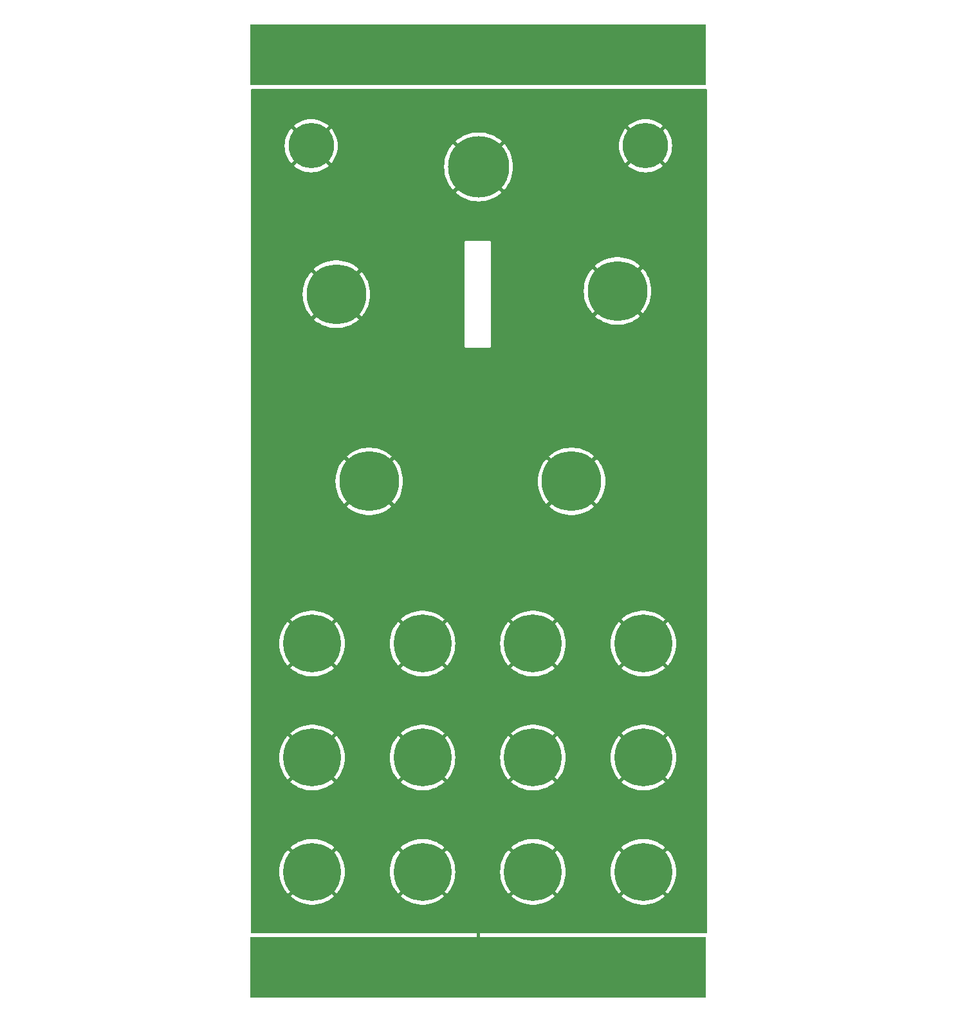
<source format=gbr>
G04 #@! TF.GenerationSoftware,KiCad,Pcbnew,8.0.5*
G04 #@! TF.CreationDate,2024-10-24T15:03:46-07:00*
G04 #@! TF.ProjectId,Sampler-built-FACEPLATE,53616d70-6c65-4722-9d62-75696c742d46,rev?*
G04 #@! TF.SameCoordinates,PXfff3cb00PY713fb30*
G04 #@! TF.FileFunction,Copper,L4,Bot*
G04 #@! TF.FilePolarity,Positive*
%FSLAX46Y46*%
G04 Gerber Fmt 4.6, Leading zero omitted, Abs format (unit mm)*
G04 Created by KiCad (PCBNEW 8.0.5) date 2024-10-24 15:03:46*
%MOMM*%
%LPD*%
G01*
G04 APERTURE LIST*
G04 #@! TA.AperFunction,ComponentPad*
%ADD10C,7.874000*%
G04 #@! TD*
G04 #@! TA.AperFunction,ComponentPad*
%ADD11C,7.620000*%
G04 #@! TD*
G04 #@! TA.AperFunction,ComponentPad*
%ADD12O,7.366000X4.191000*%
G04 #@! TD*
G04 #@! TA.AperFunction,ComponentPad*
%ADD13C,8.051800*%
G04 #@! TD*
G04 #@! TA.AperFunction,ComponentPad*
%ADD14C,5.969000*%
G04 #@! TD*
G04 #@! TA.AperFunction,SMDPad,CuDef*
%ADD15R,60.000000X8.000000*%
G04 #@! TD*
G04 APERTURE END LIST*
D10*
G04 #@! TO.P,REF\u002A\u002A,1*
G04 #@! TO.N,GND*
X11620000Y92731000D03*
G04 #@! TD*
G04 #@! TO.P,REF\u002A\u002A,1*
G04 #@! TO.N,GND*
X15940000Y68128000D03*
G04 #@! TD*
D11*
G04 #@! TO.P,REF\u002A\u002A,1*
G04 #@! TO.N,GND*
X8431000Y46815000D03*
G04 #@! TD*
D10*
G04 #@! TO.P,REF\u002A\u002A,1*
G04 #@! TO.N,GND*
X48615000Y93159000D03*
G04 #@! TD*
D11*
G04 #@! TO.P,REF\u002A\u002A,1*
G04 #@! TO.N,GND*
X37485000Y31819000D03*
G04 #@! TD*
G04 #@! TO.P,REF\u002A\u002A,1*
G04 #@! TO.N,GND*
X8430000Y16790000D03*
G04 #@! TD*
D12*
G04 #@! TO.P,REF\u002A\u002A,1*
G04 #@! TO.N,GND*
X53107000Y125502800D03*
G04 #@! TD*
D11*
G04 #@! TO.P,REF\u002A\u002A,1*
G04 #@! TO.N,GND*
X8431000Y31819000D03*
G04 #@! TD*
D13*
G04 #@! TO.P,LOCK1,1*
G04 #@! TO.N,GND*
X30331000Y109479000D03*
G04 #@! TD*
D11*
G04 #@! TO.P,REF\u002A\u002A,1*
G04 #@! TO.N,GND*
X37485000Y16790000D03*
G04 #@! TD*
D12*
G04 #@! TO.P,REF\u002A\u002A,1*
G04 #@! TO.N,GND*
X53107000Y2997200D03*
G04 #@! TD*
D11*
G04 #@! TO.P,REF\u002A\u002A,1*
G04 #@! TO.N,GND*
X52006000Y31819000D03*
G04 #@! TD*
G04 #@! TO.P,REF\u002A\u002A,1*
G04 #@! TO.N,GND*
X52006000Y16790000D03*
G04 #@! TD*
G04 #@! TO.P,REF\u002A\u002A,1*
G04 #@! TO.N,GND*
X52006000Y46815000D03*
G04 #@! TD*
D14*
G04 #@! TO.P,REF\u002A\u002A,1*
G04 #@! TO.N,GND*
X8300000Y112250000D03*
G04 #@! TD*
D12*
G04 #@! TO.P,REF\u002A\u002A,1*
G04 #@! TO.N,GND*
X7492999Y2997200D03*
G04 #@! TD*
D11*
G04 #@! TO.P,REF\u002A\u002A,1*
G04 #@! TO.N,GND*
X22957000Y46815000D03*
G04 #@! TD*
D10*
G04 #@! TO.P,REF\u002A\u002A,1*
G04 #@! TO.N,GND*
X42560000Y68128000D03*
G04 #@! TD*
D11*
G04 #@! TO.P,REF\u002A\u002A,1*
G04 #@! TO.N,GND*
X22958000Y31819000D03*
G04 #@! TD*
G04 #@! TO.P,REF\u002A\u002A,1*
G04 #@! TO.N,GND*
X37485000Y46815000D03*
G04 #@! TD*
G04 #@! TO.P,REF\u002A\u002A,1*
G04 #@! TO.N,GND*
X22958000Y16790000D03*
G04 #@! TD*
D14*
G04 #@! TO.P,REF\u002A\u002A,1*
G04 #@! TO.N,GND*
X52300000Y112250000D03*
G04 #@! TD*
D12*
G04 #@! TO.P,REF\u002A\u002A,1*
G04 #@! TO.N,GND*
X7492999Y125502800D03*
G04 #@! TD*
D15*
G04 #@! TO.P,REF\u002A\u002A,1*
G04 #@! TO.N,N/C*
X30300000Y124250000D03*
G04 #@! TD*
G04 #@! TO.P,REF\u002A\u002A,1*
G04 #@! TO.N,GND*
X30300000Y4250000D03*
G04 #@! TD*
G04 #@! TA.AperFunction,Conductor*
G04 #@! TO.N,GND*
G36*
X60339339Y119721815D02*
G01*
X60385094Y119669011D01*
X60396300Y119617500D01*
X60396300Y8874000D01*
X60376615Y8806961D01*
X60323811Y8761206D01*
X60272300Y8750000D01*
X30550000Y8750000D01*
X30550000Y4124000D01*
X30530315Y4056961D01*
X30477511Y4011206D01*
X30426000Y4000000D01*
X30174000Y4000000D01*
X30106961Y4019685D01*
X30061206Y4072489D01*
X30050000Y4124000D01*
X30050000Y8750000D01*
X478000Y8750000D01*
X410961Y8769685D01*
X365206Y8822489D01*
X354000Y8874000D01*
X354000Y16790000D01*
X4115113Y16790000D01*
X4134651Y16379840D01*
X4193088Y15973404D01*
X4289896Y15574355D01*
X4289899Y15574345D01*
X4424191Y15186335D01*
X4424204Y15186302D01*
X4594774Y14812806D01*
X4594776Y14812802D01*
X4800089Y14457191D01*
X4800095Y14457182D01*
X5038260Y14122726D01*
X5038271Y14122713D01*
X5210451Y13924007D01*
X5210452Y13924006D01*
X5924470Y14638025D01*
X5980429Y14569838D01*
X6209838Y14340429D01*
X6278022Y14284472D01*
X5562490Y13568939D01*
X5604350Y13529027D01*
X5604351Y13529026D01*
X5927131Y13275190D01*
X6272560Y13053197D01*
X6637540Y12865037D01*
X7018737Y12712429D01*
X7018749Y12712425D01*
X7412721Y12596745D01*
X7412738Y12596740D01*
X7815912Y12519035D01*
X7815924Y12519033D01*
X8224695Y12480000D01*
X8635305Y12480000D01*
X9044075Y12519033D01*
X9044087Y12519035D01*
X9447261Y12596740D01*
X9447278Y12596745D01*
X9841250Y12712425D01*
X9841262Y12712429D01*
X10222460Y12865038D01*
X10222465Y12865040D01*
X10587444Y13053199D01*
X10587451Y13053203D01*
X10932867Y13275188D01*
X11255649Y13529027D01*
X11255659Y13529036D01*
X11297508Y13568939D01*
X10581976Y14284471D01*
X10650162Y14340429D01*
X10879571Y14569838D01*
X10935529Y14638024D01*
X11649548Y13924006D01*
X11821728Y14122713D01*
X11821739Y14122726D01*
X12059904Y14457182D01*
X12059910Y14457191D01*
X12265223Y14812802D01*
X12265225Y14812806D01*
X12435795Y15186302D01*
X12435808Y15186335D01*
X12570100Y15574345D01*
X12570103Y15574355D01*
X12666911Y15973404D01*
X12725348Y16379840D01*
X12744886Y16790000D01*
X18643113Y16790000D01*
X18662651Y16379840D01*
X18721088Y15973404D01*
X18817896Y15574355D01*
X18817899Y15574345D01*
X18952191Y15186335D01*
X18952204Y15186302D01*
X19122774Y14812806D01*
X19122776Y14812802D01*
X19328089Y14457191D01*
X19328095Y14457182D01*
X19566260Y14122726D01*
X19566271Y14122713D01*
X19738451Y13924007D01*
X19738452Y13924006D01*
X20452470Y14638025D01*
X20508429Y14569838D01*
X20737838Y14340429D01*
X20806022Y14284472D01*
X20090490Y13568939D01*
X20132350Y13529027D01*
X20132351Y13529026D01*
X20455131Y13275190D01*
X20800560Y13053197D01*
X21165540Y12865037D01*
X21546737Y12712429D01*
X21546749Y12712425D01*
X21940721Y12596745D01*
X21940738Y12596740D01*
X22343912Y12519035D01*
X22343924Y12519033D01*
X22752695Y12480000D01*
X23163305Y12480000D01*
X23572075Y12519033D01*
X23572087Y12519035D01*
X23975261Y12596740D01*
X23975278Y12596745D01*
X24369250Y12712425D01*
X24369262Y12712429D01*
X24750460Y12865038D01*
X24750465Y12865040D01*
X25115444Y13053199D01*
X25115451Y13053203D01*
X25460867Y13275188D01*
X25783649Y13529027D01*
X25783659Y13529036D01*
X25825508Y13568939D01*
X25109976Y14284471D01*
X25178162Y14340429D01*
X25407571Y14569838D01*
X25463529Y14638025D01*
X26177548Y13924006D01*
X26349728Y14122713D01*
X26349739Y14122726D01*
X26587904Y14457182D01*
X26587910Y14457191D01*
X26793223Y14812802D01*
X26793225Y14812806D01*
X26963795Y15186302D01*
X26963808Y15186335D01*
X27098100Y15574345D01*
X27098103Y15574355D01*
X27194911Y15973404D01*
X27253348Y16379840D01*
X27272886Y16790000D01*
X33170113Y16790000D01*
X33189651Y16379840D01*
X33248088Y15973404D01*
X33344896Y15574355D01*
X33344899Y15574345D01*
X33479191Y15186335D01*
X33479204Y15186302D01*
X33649774Y14812806D01*
X33649776Y14812802D01*
X33855089Y14457191D01*
X33855095Y14457182D01*
X34093260Y14122726D01*
X34093271Y14122713D01*
X34265451Y13924007D01*
X34265452Y13924006D01*
X34979470Y14638025D01*
X35035429Y14569838D01*
X35264838Y14340429D01*
X35333022Y14284472D01*
X34617490Y13568939D01*
X34659350Y13529027D01*
X34659351Y13529026D01*
X34982131Y13275190D01*
X35327560Y13053197D01*
X35692540Y12865037D01*
X36073737Y12712429D01*
X36073749Y12712425D01*
X36467721Y12596745D01*
X36467738Y12596740D01*
X36870912Y12519035D01*
X36870924Y12519033D01*
X37279695Y12480000D01*
X37690305Y12480000D01*
X38099075Y12519033D01*
X38099087Y12519035D01*
X38502261Y12596740D01*
X38502278Y12596745D01*
X38896250Y12712425D01*
X38896262Y12712429D01*
X39277460Y12865038D01*
X39277465Y12865040D01*
X39642444Y13053199D01*
X39642451Y13053203D01*
X39987867Y13275188D01*
X40310649Y13529027D01*
X40310659Y13529036D01*
X40352508Y13568939D01*
X39636976Y14284471D01*
X39705162Y14340429D01*
X39934571Y14569838D01*
X39990529Y14638024D01*
X40704548Y13924006D01*
X40876728Y14122713D01*
X40876739Y14122726D01*
X41114904Y14457182D01*
X41114910Y14457191D01*
X41320223Y14812802D01*
X41320225Y14812806D01*
X41490795Y15186302D01*
X41490808Y15186335D01*
X41625100Y15574345D01*
X41625103Y15574355D01*
X41721911Y15973404D01*
X41780348Y16379840D01*
X41799886Y16790000D01*
X47691113Y16790000D01*
X47710651Y16379840D01*
X47769088Y15973404D01*
X47865896Y15574355D01*
X47865899Y15574345D01*
X48000191Y15186335D01*
X48000204Y15186302D01*
X48170774Y14812806D01*
X48170776Y14812802D01*
X48376089Y14457191D01*
X48376095Y14457182D01*
X48614260Y14122726D01*
X48614271Y14122713D01*
X48786451Y13924007D01*
X48786452Y13924006D01*
X49500470Y14638025D01*
X49556429Y14569838D01*
X49785838Y14340429D01*
X49854022Y14284472D01*
X49138490Y13568939D01*
X49180350Y13529027D01*
X49180351Y13529026D01*
X49503131Y13275190D01*
X49848560Y13053197D01*
X50213540Y12865037D01*
X50594737Y12712429D01*
X50594749Y12712425D01*
X50988721Y12596745D01*
X50988738Y12596740D01*
X51391912Y12519035D01*
X51391924Y12519033D01*
X51800695Y12480000D01*
X52211305Y12480000D01*
X52620075Y12519033D01*
X52620087Y12519035D01*
X53023261Y12596740D01*
X53023278Y12596745D01*
X53417250Y12712425D01*
X53417262Y12712429D01*
X53798460Y12865038D01*
X53798465Y12865040D01*
X54163444Y13053199D01*
X54163451Y13053203D01*
X54508867Y13275188D01*
X54831649Y13529027D01*
X54831659Y13529036D01*
X54873508Y13568939D01*
X54157976Y14284471D01*
X54226162Y14340429D01*
X54455571Y14569838D01*
X54511529Y14638024D01*
X55225548Y13924006D01*
X55397728Y14122713D01*
X55397739Y14122726D01*
X55635904Y14457182D01*
X55635910Y14457191D01*
X55841223Y14812802D01*
X55841225Y14812806D01*
X56011795Y15186302D01*
X56011808Y15186335D01*
X56146100Y15574345D01*
X56146103Y15574355D01*
X56242911Y15973404D01*
X56301348Y16379840D01*
X56320886Y16790000D01*
X56301348Y17200161D01*
X56242911Y17606597D01*
X56146103Y18005646D01*
X56146100Y18005656D01*
X56011808Y18393666D01*
X56011795Y18393699D01*
X55841225Y18767195D01*
X55841223Y18767199D01*
X55635910Y19122810D01*
X55635904Y19122819D01*
X55397739Y19457275D01*
X55397728Y19457288D01*
X55225547Y19655995D01*
X54511529Y18941978D01*
X54455571Y19010162D01*
X54226162Y19239571D01*
X54157975Y19295531D01*
X54873508Y20011063D01*
X54873508Y20011064D01*
X54831661Y20050964D01*
X54831648Y20050975D01*
X54508867Y20304813D01*
X54163451Y20526798D01*
X54163444Y20526802D01*
X53798465Y20714961D01*
X53798460Y20714963D01*
X53417262Y20867572D01*
X53417250Y20867576D01*
X53023278Y20983256D01*
X53023261Y20983261D01*
X52620087Y21060966D01*
X52620075Y21060968D01*
X52211305Y21100000D01*
X51800695Y21100000D01*
X51391924Y21060968D01*
X51391912Y21060966D01*
X50988738Y20983261D01*
X50988721Y20983256D01*
X50594749Y20867576D01*
X50594737Y20867572D01*
X50213540Y20714964D01*
X49848560Y20526804D01*
X49503131Y20304811D01*
X49180345Y20050970D01*
X49138491Y20011063D01*
X49854024Y19295530D01*
X49785838Y19239571D01*
X49556429Y19010162D01*
X49500470Y18941977D01*
X48786451Y19655995D01*
X48786450Y19655995D01*
X48614277Y19457296D01*
X48614270Y19457288D01*
X48376095Y19122819D01*
X48376089Y19122810D01*
X48170776Y18767199D01*
X48170774Y18767195D01*
X48000204Y18393699D01*
X48000191Y18393666D01*
X47865899Y18005656D01*
X47865896Y18005646D01*
X47769088Y17606597D01*
X47710651Y17200161D01*
X47691113Y16790000D01*
X41799886Y16790000D01*
X41780348Y17200161D01*
X41721911Y17606597D01*
X41625103Y18005646D01*
X41625100Y18005656D01*
X41490808Y18393666D01*
X41490795Y18393699D01*
X41320225Y18767195D01*
X41320223Y18767199D01*
X41114910Y19122810D01*
X41114904Y19122819D01*
X40876739Y19457275D01*
X40876728Y19457288D01*
X40704547Y19655995D01*
X39990529Y18941978D01*
X39934571Y19010162D01*
X39705162Y19239571D01*
X39636975Y19295531D01*
X40352508Y20011063D01*
X40352508Y20011064D01*
X40310661Y20050964D01*
X40310648Y20050975D01*
X39987867Y20304813D01*
X39642451Y20526798D01*
X39642444Y20526802D01*
X39277465Y20714961D01*
X39277460Y20714963D01*
X38896262Y20867572D01*
X38896250Y20867576D01*
X38502278Y20983256D01*
X38502261Y20983261D01*
X38099087Y21060966D01*
X38099075Y21060968D01*
X37690305Y21100000D01*
X37279695Y21100000D01*
X36870924Y21060968D01*
X36870912Y21060966D01*
X36467738Y20983261D01*
X36467721Y20983256D01*
X36073749Y20867576D01*
X36073737Y20867572D01*
X35692540Y20714964D01*
X35327560Y20526804D01*
X34982131Y20304811D01*
X34659345Y20050970D01*
X34617491Y20011063D01*
X35333024Y19295530D01*
X35264838Y19239571D01*
X35035429Y19010162D01*
X34979470Y18941977D01*
X34265451Y19655995D01*
X34265450Y19655995D01*
X34093277Y19457296D01*
X34093270Y19457288D01*
X33855095Y19122819D01*
X33855089Y19122810D01*
X33649776Y18767199D01*
X33649774Y18767195D01*
X33479204Y18393699D01*
X33479191Y18393666D01*
X33344899Y18005656D01*
X33344896Y18005646D01*
X33248088Y17606597D01*
X33189651Y17200161D01*
X33170113Y16790000D01*
X27272886Y16790000D01*
X27253348Y17200161D01*
X27194911Y17606597D01*
X27098103Y18005646D01*
X27098100Y18005656D01*
X26963808Y18393666D01*
X26963795Y18393699D01*
X26793225Y18767195D01*
X26793223Y18767199D01*
X26587910Y19122810D01*
X26587904Y19122819D01*
X26349739Y19457275D01*
X26349728Y19457288D01*
X26177547Y19655995D01*
X25463529Y18941978D01*
X25407571Y19010162D01*
X25178162Y19239571D01*
X25109975Y19295531D01*
X25825508Y20011063D01*
X25825508Y20011064D01*
X25783661Y20050964D01*
X25783648Y20050975D01*
X25460867Y20304813D01*
X25115451Y20526798D01*
X25115444Y20526802D01*
X24750465Y20714961D01*
X24750460Y20714963D01*
X24369262Y20867572D01*
X24369250Y20867576D01*
X23975278Y20983256D01*
X23975261Y20983261D01*
X23572087Y21060966D01*
X23572075Y21060968D01*
X23163305Y21100000D01*
X22752695Y21100000D01*
X22343924Y21060968D01*
X22343912Y21060966D01*
X21940738Y20983261D01*
X21940721Y20983256D01*
X21546749Y20867576D01*
X21546737Y20867572D01*
X21165540Y20714964D01*
X20800560Y20526804D01*
X20455131Y20304811D01*
X20132345Y20050970D01*
X20090491Y20011063D01*
X20806024Y19295530D01*
X20737838Y19239571D01*
X20508429Y19010162D01*
X20452470Y18941977D01*
X19738451Y19655995D01*
X19738450Y19655995D01*
X19566277Y19457296D01*
X19566270Y19457288D01*
X19328095Y19122819D01*
X19328089Y19122810D01*
X19122776Y18767199D01*
X19122774Y18767195D01*
X18952204Y18393699D01*
X18952191Y18393666D01*
X18817899Y18005656D01*
X18817896Y18005646D01*
X18721088Y17606597D01*
X18662651Y17200161D01*
X18643113Y16790000D01*
X12744886Y16790000D01*
X12725348Y17200161D01*
X12666911Y17606597D01*
X12570103Y18005646D01*
X12570100Y18005656D01*
X12435808Y18393666D01*
X12435795Y18393699D01*
X12265225Y18767195D01*
X12265223Y18767199D01*
X12059910Y19122810D01*
X12059904Y19122819D01*
X11821739Y19457275D01*
X11821728Y19457288D01*
X11649547Y19655995D01*
X10935529Y18941978D01*
X10879571Y19010162D01*
X10650162Y19239571D01*
X10581975Y19295531D01*
X11297508Y20011063D01*
X11297508Y20011064D01*
X11255661Y20050964D01*
X11255648Y20050975D01*
X10932867Y20304813D01*
X10587451Y20526798D01*
X10587444Y20526802D01*
X10222465Y20714961D01*
X10222460Y20714963D01*
X9841262Y20867572D01*
X9841250Y20867576D01*
X9447278Y20983256D01*
X9447261Y20983261D01*
X9044087Y21060966D01*
X9044075Y21060968D01*
X8635305Y21100000D01*
X8224695Y21100000D01*
X7815924Y21060968D01*
X7815912Y21060966D01*
X7412738Y20983261D01*
X7412721Y20983256D01*
X7018749Y20867576D01*
X7018737Y20867572D01*
X6637540Y20714964D01*
X6272560Y20526804D01*
X5927131Y20304811D01*
X5604345Y20050970D01*
X5562491Y20011063D01*
X6278024Y19295530D01*
X6209838Y19239571D01*
X5980429Y19010162D01*
X5924470Y18941977D01*
X5210451Y19655995D01*
X5210450Y19655995D01*
X5038277Y19457296D01*
X5038270Y19457288D01*
X4800095Y19122819D01*
X4800089Y19122810D01*
X4594776Y18767199D01*
X4594774Y18767195D01*
X4424204Y18393699D01*
X4424191Y18393666D01*
X4289899Y18005656D01*
X4289896Y18005646D01*
X4193088Y17606597D01*
X4134651Y17200161D01*
X4115113Y16790000D01*
X354000Y16790000D01*
X354000Y31819000D01*
X4116113Y31819000D01*
X4135651Y31408840D01*
X4194088Y31002404D01*
X4290896Y30603355D01*
X4290899Y30603345D01*
X4425191Y30215335D01*
X4425204Y30215302D01*
X4595774Y29841806D01*
X4595776Y29841802D01*
X4801089Y29486191D01*
X4801095Y29486182D01*
X5039260Y29151726D01*
X5039271Y29151713D01*
X5211451Y28953007D01*
X5211452Y28953006D01*
X5925470Y29667025D01*
X5981429Y29598838D01*
X6210838Y29369429D01*
X6279022Y29313472D01*
X5563490Y28597939D01*
X5605350Y28558027D01*
X5605351Y28558026D01*
X5928131Y28304190D01*
X6273560Y28082197D01*
X6638540Y27894037D01*
X7019737Y27741429D01*
X7019749Y27741425D01*
X7413721Y27625745D01*
X7413738Y27625740D01*
X7816912Y27548035D01*
X7816924Y27548033D01*
X8225695Y27509000D01*
X8636305Y27509000D01*
X9045075Y27548033D01*
X9045087Y27548035D01*
X9448261Y27625740D01*
X9448278Y27625745D01*
X9842250Y27741425D01*
X9842262Y27741429D01*
X10223460Y27894038D01*
X10223465Y27894040D01*
X10588444Y28082199D01*
X10588451Y28082203D01*
X10933867Y28304188D01*
X11256649Y28558027D01*
X11256659Y28558036D01*
X11298508Y28597939D01*
X10582976Y29313471D01*
X10651162Y29369429D01*
X10880571Y29598838D01*
X10936529Y29667024D01*
X11650548Y28953006D01*
X11822728Y29151713D01*
X11822739Y29151726D01*
X12060904Y29486182D01*
X12060910Y29486191D01*
X12266223Y29841802D01*
X12266225Y29841806D01*
X12436795Y30215302D01*
X12436808Y30215335D01*
X12571100Y30603345D01*
X12571103Y30603355D01*
X12667911Y31002404D01*
X12726348Y31408840D01*
X12745886Y31819000D01*
X18643113Y31819000D01*
X18662651Y31408840D01*
X18721088Y31002404D01*
X18817896Y30603355D01*
X18817899Y30603345D01*
X18952191Y30215335D01*
X18952204Y30215302D01*
X19122774Y29841806D01*
X19122776Y29841802D01*
X19328089Y29486191D01*
X19328095Y29486182D01*
X19566260Y29151726D01*
X19566271Y29151713D01*
X19738451Y28953007D01*
X19738452Y28953006D01*
X20452470Y29667025D01*
X20508429Y29598838D01*
X20737838Y29369429D01*
X20806022Y29313472D01*
X20090490Y28597939D01*
X20132350Y28558027D01*
X20132351Y28558026D01*
X20455131Y28304190D01*
X20800560Y28082197D01*
X21165540Y27894037D01*
X21546737Y27741429D01*
X21546749Y27741425D01*
X21940721Y27625745D01*
X21940738Y27625740D01*
X22343912Y27548035D01*
X22343924Y27548033D01*
X22752695Y27509000D01*
X23163305Y27509000D01*
X23572075Y27548033D01*
X23572087Y27548035D01*
X23975261Y27625740D01*
X23975278Y27625745D01*
X24369250Y27741425D01*
X24369262Y27741429D01*
X24750460Y27894038D01*
X24750465Y27894040D01*
X25115444Y28082199D01*
X25115451Y28082203D01*
X25460867Y28304188D01*
X25783649Y28558027D01*
X25783659Y28558036D01*
X25825508Y28597939D01*
X25109976Y29313471D01*
X25178162Y29369429D01*
X25407571Y29598838D01*
X25463529Y29667025D01*
X26177548Y28953006D01*
X26349728Y29151713D01*
X26349739Y29151726D01*
X26587904Y29486182D01*
X26587910Y29486191D01*
X26793223Y29841802D01*
X26793225Y29841806D01*
X26963795Y30215302D01*
X26963808Y30215335D01*
X27098100Y30603345D01*
X27098103Y30603355D01*
X27194911Y31002404D01*
X27253348Y31408840D01*
X27272886Y31819000D01*
X33170113Y31819000D01*
X33189651Y31408840D01*
X33248088Y31002404D01*
X33344896Y30603355D01*
X33344899Y30603345D01*
X33479191Y30215335D01*
X33479204Y30215302D01*
X33649774Y29841806D01*
X33649776Y29841802D01*
X33855089Y29486191D01*
X33855095Y29486182D01*
X34093260Y29151726D01*
X34093271Y29151713D01*
X34265451Y28953007D01*
X34265452Y28953006D01*
X34979470Y29667025D01*
X35035429Y29598838D01*
X35264838Y29369429D01*
X35333022Y29313472D01*
X34617490Y28597939D01*
X34659350Y28558027D01*
X34659351Y28558026D01*
X34982131Y28304190D01*
X35327560Y28082197D01*
X35692540Y27894037D01*
X36073737Y27741429D01*
X36073749Y27741425D01*
X36467721Y27625745D01*
X36467738Y27625740D01*
X36870912Y27548035D01*
X36870924Y27548033D01*
X37279695Y27509000D01*
X37690305Y27509000D01*
X38099075Y27548033D01*
X38099087Y27548035D01*
X38502261Y27625740D01*
X38502278Y27625745D01*
X38896250Y27741425D01*
X38896262Y27741429D01*
X39277460Y27894038D01*
X39277465Y27894040D01*
X39642444Y28082199D01*
X39642451Y28082203D01*
X39987867Y28304188D01*
X40310649Y28558027D01*
X40310659Y28558036D01*
X40352508Y28597939D01*
X39636976Y29313471D01*
X39705162Y29369429D01*
X39934571Y29598838D01*
X39990529Y29667024D01*
X40704548Y28953006D01*
X40876728Y29151713D01*
X40876739Y29151726D01*
X41114904Y29486182D01*
X41114910Y29486191D01*
X41320223Y29841802D01*
X41320225Y29841806D01*
X41490795Y30215302D01*
X41490808Y30215335D01*
X41625100Y30603345D01*
X41625103Y30603355D01*
X41721911Y31002404D01*
X41780348Y31408840D01*
X41799886Y31819000D01*
X47691113Y31819000D01*
X47710651Y31408840D01*
X47769088Y31002404D01*
X47865896Y30603355D01*
X47865899Y30603345D01*
X48000191Y30215335D01*
X48000204Y30215302D01*
X48170774Y29841806D01*
X48170776Y29841802D01*
X48376089Y29486191D01*
X48376095Y29486182D01*
X48614260Y29151726D01*
X48614271Y29151713D01*
X48786451Y28953007D01*
X48786452Y28953006D01*
X49500470Y29667025D01*
X49556429Y29598838D01*
X49785838Y29369429D01*
X49854022Y29313472D01*
X49138490Y28597939D01*
X49180350Y28558027D01*
X49180351Y28558026D01*
X49503131Y28304190D01*
X49848560Y28082197D01*
X50213540Y27894037D01*
X50594737Y27741429D01*
X50594749Y27741425D01*
X50988721Y27625745D01*
X50988738Y27625740D01*
X51391912Y27548035D01*
X51391924Y27548033D01*
X51800695Y27509000D01*
X52211305Y27509000D01*
X52620075Y27548033D01*
X52620087Y27548035D01*
X53023261Y27625740D01*
X53023278Y27625745D01*
X53417250Y27741425D01*
X53417262Y27741429D01*
X53798460Y27894038D01*
X53798465Y27894040D01*
X54163444Y28082199D01*
X54163451Y28082203D01*
X54508867Y28304188D01*
X54831649Y28558027D01*
X54831659Y28558036D01*
X54873508Y28597939D01*
X54157976Y29313471D01*
X54226162Y29369429D01*
X54455571Y29598838D01*
X54511529Y29667024D01*
X55225548Y28953006D01*
X55397728Y29151713D01*
X55397739Y29151726D01*
X55635904Y29486182D01*
X55635910Y29486191D01*
X55841223Y29841802D01*
X55841225Y29841806D01*
X56011795Y30215302D01*
X56011808Y30215335D01*
X56146100Y30603345D01*
X56146103Y30603355D01*
X56242911Y31002404D01*
X56301348Y31408840D01*
X56320886Y31819000D01*
X56301348Y32229161D01*
X56242911Y32635597D01*
X56146103Y33034646D01*
X56146100Y33034656D01*
X56011808Y33422666D01*
X56011795Y33422699D01*
X55841225Y33796195D01*
X55841223Y33796199D01*
X55635910Y34151810D01*
X55635904Y34151819D01*
X55397739Y34486275D01*
X55397728Y34486288D01*
X55225547Y34684995D01*
X54511529Y33970978D01*
X54455571Y34039162D01*
X54226162Y34268571D01*
X54157975Y34324531D01*
X54873508Y35040063D01*
X54873508Y35040064D01*
X54831661Y35079964D01*
X54831648Y35079975D01*
X54508867Y35333813D01*
X54163451Y35555798D01*
X54163444Y35555802D01*
X53798465Y35743961D01*
X53798460Y35743963D01*
X53417262Y35896572D01*
X53417250Y35896576D01*
X53023278Y36012256D01*
X53023261Y36012261D01*
X52620087Y36089966D01*
X52620075Y36089968D01*
X52211305Y36129000D01*
X51800695Y36129000D01*
X51391924Y36089968D01*
X51391912Y36089966D01*
X50988738Y36012261D01*
X50988721Y36012256D01*
X50594749Y35896576D01*
X50594737Y35896572D01*
X50213540Y35743964D01*
X49848560Y35555804D01*
X49503131Y35333811D01*
X49180345Y35079970D01*
X49138491Y35040063D01*
X49854024Y34324530D01*
X49785838Y34268571D01*
X49556429Y34039162D01*
X49500470Y33970977D01*
X48786451Y34684995D01*
X48786450Y34684995D01*
X48614277Y34486296D01*
X48614270Y34486288D01*
X48376095Y34151819D01*
X48376089Y34151810D01*
X48170776Y33796199D01*
X48170774Y33796195D01*
X48000204Y33422699D01*
X48000191Y33422666D01*
X47865899Y33034656D01*
X47865896Y33034646D01*
X47769088Y32635597D01*
X47710651Y32229161D01*
X47691113Y31819000D01*
X41799886Y31819000D01*
X41780348Y32229161D01*
X41721911Y32635597D01*
X41625103Y33034646D01*
X41625100Y33034656D01*
X41490808Y33422666D01*
X41490795Y33422699D01*
X41320225Y33796195D01*
X41320223Y33796199D01*
X41114910Y34151810D01*
X41114904Y34151819D01*
X40876739Y34486275D01*
X40876728Y34486288D01*
X40704547Y34684995D01*
X39990529Y33970978D01*
X39934571Y34039162D01*
X39705162Y34268571D01*
X39636975Y34324531D01*
X40352508Y35040063D01*
X40352508Y35040064D01*
X40310661Y35079964D01*
X40310648Y35079975D01*
X39987867Y35333813D01*
X39642451Y35555798D01*
X39642444Y35555802D01*
X39277465Y35743961D01*
X39277460Y35743963D01*
X38896262Y35896572D01*
X38896250Y35896576D01*
X38502278Y36012256D01*
X38502261Y36012261D01*
X38099087Y36089966D01*
X38099075Y36089968D01*
X37690305Y36129000D01*
X37279695Y36129000D01*
X36870924Y36089968D01*
X36870912Y36089966D01*
X36467738Y36012261D01*
X36467721Y36012256D01*
X36073749Y35896576D01*
X36073737Y35896572D01*
X35692540Y35743964D01*
X35327560Y35555804D01*
X34982131Y35333811D01*
X34659345Y35079970D01*
X34617491Y35040063D01*
X35333024Y34324530D01*
X35264838Y34268571D01*
X35035429Y34039162D01*
X34979470Y33970977D01*
X34265451Y34684995D01*
X34265450Y34684995D01*
X34093277Y34486296D01*
X34093270Y34486288D01*
X33855095Y34151819D01*
X33855089Y34151810D01*
X33649776Y33796199D01*
X33649774Y33796195D01*
X33479204Y33422699D01*
X33479191Y33422666D01*
X33344899Y33034656D01*
X33344896Y33034646D01*
X33248088Y32635597D01*
X33189651Y32229161D01*
X33170113Y31819000D01*
X27272886Y31819000D01*
X27253348Y32229161D01*
X27194911Y32635597D01*
X27098103Y33034646D01*
X27098100Y33034656D01*
X26963808Y33422666D01*
X26963795Y33422699D01*
X26793225Y33796195D01*
X26793223Y33796199D01*
X26587910Y34151810D01*
X26587904Y34151819D01*
X26349739Y34486275D01*
X26349728Y34486288D01*
X26177547Y34684995D01*
X25463529Y33970978D01*
X25407571Y34039162D01*
X25178162Y34268571D01*
X25109975Y34324531D01*
X25825508Y35040063D01*
X25825508Y35040064D01*
X25783661Y35079964D01*
X25783648Y35079975D01*
X25460867Y35333813D01*
X25115451Y35555798D01*
X25115444Y35555802D01*
X24750465Y35743961D01*
X24750460Y35743963D01*
X24369262Y35896572D01*
X24369250Y35896576D01*
X23975278Y36012256D01*
X23975261Y36012261D01*
X23572087Y36089966D01*
X23572075Y36089968D01*
X23163305Y36129000D01*
X22752695Y36129000D01*
X22343924Y36089968D01*
X22343912Y36089966D01*
X21940738Y36012261D01*
X21940721Y36012256D01*
X21546749Y35896576D01*
X21546737Y35896572D01*
X21165540Y35743964D01*
X20800560Y35555804D01*
X20455131Y35333811D01*
X20132345Y35079970D01*
X20090491Y35040063D01*
X20806024Y34324530D01*
X20737838Y34268571D01*
X20508429Y34039162D01*
X20452470Y33970977D01*
X19738451Y34684995D01*
X19738450Y34684995D01*
X19566277Y34486296D01*
X19566270Y34486288D01*
X19328095Y34151819D01*
X19328089Y34151810D01*
X19122776Y33796199D01*
X19122774Y33796195D01*
X18952204Y33422699D01*
X18952191Y33422666D01*
X18817899Y33034656D01*
X18817896Y33034646D01*
X18721088Y32635597D01*
X18662651Y32229161D01*
X18643113Y31819000D01*
X12745886Y31819000D01*
X12726348Y32229161D01*
X12667911Y32635597D01*
X12571103Y33034646D01*
X12571100Y33034656D01*
X12436808Y33422666D01*
X12436795Y33422699D01*
X12266225Y33796195D01*
X12266223Y33796199D01*
X12060910Y34151810D01*
X12060904Y34151819D01*
X11822739Y34486275D01*
X11822728Y34486288D01*
X11650547Y34684995D01*
X10936529Y33970978D01*
X10880571Y34039162D01*
X10651162Y34268571D01*
X10582975Y34324531D01*
X11298508Y35040063D01*
X11298508Y35040064D01*
X11256661Y35079964D01*
X11256648Y35079975D01*
X10933867Y35333813D01*
X10588451Y35555798D01*
X10588444Y35555802D01*
X10223465Y35743961D01*
X10223460Y35743963D01*
X9842262Y35896572D01*
X9842250Y35896576D01*
X9448278Y36012256D01*
X9448261Y36012261D01*
X9045087Y36089966D01*
X9045075Y36089968D01*
X8636305Y36129000D01*
X8225695Y36129000D01*
X7816924Y36089968D01*
X7816912Y36089966D01*
X7413738Y36012261D01*
X7413721Y36012256D01*
X7019749Y35896576D01*
X7019737Y35896572D01*
X6638540Y35743964D01*
X6273560Y35555804D01*
X5928131Y35333811D01*
X5605345Y35079970D01*
X5563491Y35040063D01*
X6279024Y34324530D01*
X6210838Y34268571D01*
X5981429Y34039162D01*
X5925470Y33970977D01*
X5211451Y34684995D01*
X5211450Y34684995D01*
X5039277Y34486296D01*
X5039270Y34486288D01*
X4801095Y34151819D01*
X4801089Y34151810D01*
X4595776Y33796199D01*
X4595774Y33796195D01*
X4425204Y33422699D01*
X4425191Y33422666D01*
X4290899Y33034656D01*
X4290896Y33034646D01*
X4194088Y32635597D01*
X4135651Y32229161D01*
X4116113Y31819000D01*
X354000Y31819000D01*
X354000Y46815000D01*
X4116113Y46815000D01*
X4135651Y46404840D01*
X4194088Y45998404D01*
X4290896Y45599355D01*
X4290899Y45599345D01*
X4425191Y45211335D01*
X4425204Y45211302D01*
X4595774Y44837806D01*
X4595776Y44837802D01*
X4801089Y44482191D01*
X4801095Y44482182D01*
X5039260Y44147726D01*
X5039271Y44147713D01*
X5211451Y43949007D01*
X5211452Y43949006D01*
X5925470Y44663025D01*
X5981429Y44594838D01*
X6210838Y44365429D01*
X6279022Y44309472D01*
X5563490Y43593939D01*
X5605350Y43554027D01*
X5605351Y43554026D01*
X5928131Y43300190D01*
X6273560Y43078197D01*
X6638540Y42890037D01*
X7019737Y42737429D01*
X7019749Y42737425D01*
X7413721Y42621745D01*
X7413738Y42621740D01*
X7816912Y42544035D01*
X7816924Y42544033D01*
X8225695Y42505000D01*
X8636305Y42505000D01*
X9045075Y42544033D01*
X9045087Y42544035D01*
X9448261Y42621740D01*
X9448278Y42621745D01*
X9842250Y42737425D01*
X9842262Y42737429D01*
X10223460Y42890038D01*
X10223465Y42890040D01*
X10588444Y43078199D01*
X10588451Y43078203D01*
X10933867Y43300188D01*
X11256649Y43554027D01*
X11256659Y43554036D01*
X11298508Y43593939D01*
X10582976Y44309471D01*
X10651162Y44365429D01*
X10880571Y44594838D01*
X10936529Y44663024D01*
X11650548Y43949006D01*
X11822728Y44147713D01*
X11822739Y44147726D01*
X12060904Y44482182D01*
X12060910Y44482191D01*
X12266223Y44837802D01*
X12266225Y44837806D01*
X12436795Y45211302D01*
X12436808Y45211335D01*
X12571100Y45599345D01*
X12571103Y45599355D01*
X12667911Y45998404D01*
X12726348Y46404840D01*
X12745886Y46815000D01*
X18642113Y46815000D01*
X18661651Y46404840D01*
X18720088Y45998404D01*
X18816896Y45599355D01*
X18816899Y45599345D01*
X18951191Y45211335D01*
X18951204Y45211302D01*
X19121774Y44837806D01*
X19121776Y44837802D01*
X19327089Y44482191D01*
X19327095Y44482182D01*
X19565260Y44147726D01*
X19565271Y44147713D01*
X19737451Y43949007D01*
X19737452Y43949006D01*
X20451470Y44663025D01*
X20507429Y44594838D01*
X20736838Y44365429D01*
X20805022Y44309472D01*
X20089490Y43593939D01*
X20131350Y43554027D01*
X20131351Y43554026D01*
X20454131Y43300190D01*
X20799560Y43078197D01*
X21164540Y42890037D01*
X21545737Y42737429D01*
X21545749Y42737425D01*
X21939721Y42621745D01*
X21939738Y42621740D01*
X22342912Y42544035D01*
X22342924Y42544033D01*
X22751695Y42505000D01*
X23162305Y42505000D01*
X23571075Y42544033D01*
X23571087Y42544035D01*
X23974261Y42621740D01*
X23974278Y42621745D01*
X24368250Y42737425D01*
X24368262Y42737429D01*
X24749460Y42890038D01*
X24749465Y42890040D01*
X25114444Y43078199D01*
X25114451Y43078203D01*
X25459867Y43300188D01*
X25782649Y43554027D01*
X25782659Y43554036D01*
X25824508Y43593939D01*
X25108976Y44309471D01*
X25177162Y44365429D01*
X25406571Y44594838D01*
X25462529Y44663025D01*
X26176548Y43949006D01*
X26348728Y44147713D01*
X26348739Y44147726D01*
X26586904Y44482182D01*
X26586910Y44482191D01*
X26792223Y44837802D01*
X26792225Y44837806D01*
X26962795Y45211302D01*
X26962808Y45211335D01*
X27097100Y45599345D01*
X27097103Y45599355D01*
X27193911Y45998404D01*
X27252348Y46404840D01*
X27271886Y46815000D01*
X33170113Y46815000D01*
X33189651Y46404840D01*
X33248088Y45998404D01*
X33344896Y45599355D01*
X33344899Y45599345D01*
X33479191Y45211335D01*
X33479204Y45211302D01*
X33649774Y44837806D01*
X33649776Y44837802D01*
X33855089Y44482191D01*
X33855095Y44482182D01*
X34093260Y44147726D01*
X34093271Y44147713D01*
X34265451Y43949007D01*
X34265452Y43949006D01*
X34979470Y44663025D01*
X35035429Y44594838D01*
X35264838Y44365429D01*
X35333022Y44309472D01*
X34617490Y43593939D01*
X34659350Y43554027D01*
X34659351Y43554026D01*
X34982131Y43300190D01*
X35327560Y43078197D01*
X35692540Y42890037D01*
X36073737Y42737429D01*
X36073749Y42737425D01*
X36467721Y42621745D01*
X36467738Y42621740D01*
X36870912Y42544035D01*
X36870924Y42544033D01*
X37279695Y42505000D01*
X37690305Y42505000D01*
X38099075Y42544033D01*
X38099087Y42544035D01*
X38502261Y42621740D01*
X38502278Y42621745D01*
X38896250Y42737425D01*
X38896262Y42737429D01*
X39277460Y42890038D01*
X39277465Y42890040D01*
X39642444Y43078199D01*
X39642451Y43078203D01*
X39987867Y43300188D01*
X40310649Y43554027D01*
X40310659Y43554036D01*
X40352508Y43593939D01*
X39636976Y44309471D01*
X39705162Y44365429D01*
X39934571Y44594838D01*
X39990529Y44663024D01*
X40704548Y43949006D01*
X40876728Y44147713D01*
X40876739Y44147726D01*
X41114904Y44482182D01*
X41114910Y44482191D01*
X41320223Y44837802D01*
X41320225Y44837806D01*
X41490795Y45211302D01*
X41490808Y45211335D01*
X41625100Y45599345D01*
X41625103Y45599355D01*
X41721911Y45998404D01*
X41780348Y46404840D01*
X41799886Y46815000D01*
X47691113Y46815000D01*
X47710651Y46404840D01*
X47769088Y45998404D01*
X47865896Y45599355D01*
X47865899Y45599345D01*
X48000191Y45211335D01*
X48000204Y45211302D01*
X48170774Y44837806D01*
X48170776Y44837802D01*
X48376089Y44482191D01*
X48376095Y44482182D01*
X48614260Y44147726D01*
X48614271Y44147713D01*
X48786451Y43949007D01*
X48786452Y43949006D01*
X49500470Y44663025D01*
X49556429Y44594838D01*
X49785838Y44365429D01*
X49854022Y44309472D01*
X49138490Y43593939D01*
X49180350Y43554027D01*
X49180351Y43554026D01*
X49503131Y43300190D01*
X49848560Y43078197D01*
X50213540Y42890037D01*
X50594737Y42737429D01*
X50594749Y42737425D01*
X50988721Y42621745D01*
X50988738Y42621740D01*
X51391912Y42544035D01*
X51391924Y42544033D01*
X51800695Y42505000D01*
X52211305Y42505000D01*
X52620075Y42544033D01*
X52620087Y42544035D01*
X53023261Y42621740D01*
X53023278Y42621745D01*
X53417250Y42737425D01*
X53417262Y42737429D01*
X53798460Y42890038D01*
X53798465Y42890040D01*
X54163444Y43078199D01*
X54163451Y43078203D01*
X54508867Y43300188D01*
X54831649Y43554027D01*
X54831659Y43554036D01*
X54873508Y43593939D01*
X54157976Y44309471D01*
X54226162Y44365429D01*
X54455571Y44594838D01*
X54511529Y44663024D01*
X55225548Y43949006D01*
X55397728Y44147713D01*
X55397739Y44147726D01*
X55635904Y44482182D01*
X55635910Y44482191D01*
X55841223Y44837802D01*
X55841225Y44837806D01*
X56011795Y45211302D01*
X56011808Y45211335D01*
X56146100Y45599345D01*
X56146103Y45599355D01*
X56242911Y45998404D01*
X56301348Y46404840D01*
X56320886Y46815000D01*
X56301348Y47225161D01*
X56242911Y47631597D01*
X56146103Y48030646D01*
X56146100Y48030656D01*
X56011808Y48418666D01*
X56011795Y48418699D01*
X55841225Y48792195D01*
X55841223Y48792199D01*
X55635910Y49147810D01*
X55635904Y49147819D01*
X55397739Y49482275D01*
X55397728Y49482288D01*
X55225547Y49680995D01*
X54511529Y48966978D01*
X54455571Y49035162D01*
X54226162Y49264571D01*
X54157975Y49320531D01*
X54873508Y50036063D01*
X54873508Y50036064D01*
X54831661Y50075964D01*
X54831648Y50075975D01*
X54508867Y50329813D01*
X54163451Y50551798D01*
X54163444Y50551802D01*
X53798465Y50739961D01*
X53798460Y50739963D01*
X53417262Y50892572D01*
X53417250Y50892576D01*
X53023278Y51008256D01*
X53023261Y51008261D01*
X52620087Y51085966D01*
X52620075Y51085968D01*
X52211305Y51125000D01*
X51800695Y51125000D01*
X51391924Y51085968D01*
X51391912Y51085966D01*
X50988738Y51008261D01*
X50988721Y51008256D01*
X50594749Y50892576D01*
X50594737Y50892572D01*
X50213540Y50739964D01*
X49848560Y50551804D01*
X49503131Y50329811D01*
X49180345Y50075970D01*
X49138491Y50036063D01*
X49854024Y49320530D01*
X49785838Y49264571D01*
X49556429Y49035162D01*
X49500470Y48966977D01*
X48786451Y49680995D01*
X48786450Y49680995D01*
X48614277Y49482296D01*
X48614270Y49482288D01*
X48376095Y49147819D01*
X48376089Y49147810D01*
X48170776Y48792199D01*
X48170774Y48792195D01*
X48000204Y48418699D01*
X48000191Y48418666D01*
X47865899Y48030656D01*
X47865896Y48030646D01*
X47769088Y47631597D01*
X47710651Y47225161D01*
X47691113Y46815000D01*
X41799886Y46815000D01*
X41780348Y47225161D01*
X41721911Y47631597D01*
X41625103Y48030646D01*
X41625100Y48030656D01*
X41490808Y48418666D01*
X41490795Y48418699D01*
X41320225Y48792195D01*
X41320223Y48792199D01*
X41114910Y49147810D01*
X41114904Y49147819D01*
X40876739Y49482275D01*
X40876728Y49482288D01*
X40704547Y49680995D01*
X39990529Y48966978D01*
X39934571Y49035162D01*
X39705162Y49264571D01*
X39636975Y49320531D01*
X40352508Y50036063D01*
X40352508Y50036064D01*
X40310661Y50075964D01*
X40310648Y50075975D01*
X39987867Y50329813D01*
X39642451Y50551798D01*
X39642444Y50551802D01*
X39277465Y50739961D01*
X39277460Y50739963D01*
X38896262Y50892572D01*
X38896250Y50892576D01*
X38502278Y51008256D01*
X38502261Y51008261D01*
X38099087Y51085966D01*
X38099075Y51085968D01*
X37690305Y51125000D01*
X37279695Y51125000D01*
X36870924Y51085968D01*
X36870912Y51085966D01*
X36467738Y51008261D01*
X36467721Y51008256D01*
X36073749Y50892576D01*
X36073737Y50892572D01*
X35692540Y50739964D01*
X35327560Y50551804D01*
X34982131Y50329811D01*
X34659345Y50075970D01*
X34617491Y50036063D01*
X35333024Y49320530D01*
X35264838Y49264571D01*
X35035429Y49035162D01*
X34979470Y48966977D01*
X34265451Y49680995D01*
X34265450Y49680995D01*
X34093277Y49482296D01*
X34093270Y49482288D01*
X33855095Y49147819D01*
X33855089Y49147810D01*
X33649776Y48792199D01*
X33649774Y48792195D01*
X33479204Y48418699D01*
X33479191Y48418666D01*
X33344899Y48030656D01*
X33344896Y48030646D01*
X33248088Y47631597D01*
X33189651Y47225161D01*
X33170113Y46815000D01*
X27271886Y46815000D01*
X27252348Y47225161D01*
X27193911Y47631597D01*
X27097103Y48030646D01*
X27097100Y48030656D01*
X26962808Y48418666D01*
X26962795Y48418699D01*
X26792225Y48792195D01*
X26792223Y48792199D01*
X26586910Y49147810D01*
X26586904Y49147819D01*
X26348739Y49482275D01*
X26348728Y49482288D01*
X26176547Y49680995D01*
X25462529Y48966978D01*
X25406571Y49035162D01*
X25177162Y49264571D01*
X25108975Y49320531D01*
X25824508Y50036063D01*
X25824508Y50036064D01*
X25782661Y50075964D01*
X25782648Y50075975D01*
X25459867Y50329813D01*
X25114451Y50551798D01*
X25114444Y50551802D01*
X24749465Y50739961D01*
X24749460Y50739963D01*
X24368262Y50892572D01*
X24368250Y50892576D01*
X23974278Y51008256D01*
X23974261Y51008261D01*
X23571087Y51085966D01*
X23571075Y51085968D01*
X23162305Y51125000D01*
X22751695Y51125000D01*
X22342924Y51085968D01*
X22342912Y51085966D01*
X21939738Y51008261D01*
X21939721Y51008256D01*
X21545749Y50892576D01*
X21545737Y50892572D01*
X21164540Y50739964D01*
X20799560Y50551804D01*
X20454131Y50329811D01*
X20131345Y50075970D01*
X20089491Y50036063D01*
X20805024Y49320530D01*
X20736838Y49264571D01*
X20507429Y49035162D01*
X20451470Y48966977D01*
X19737451Y49680995D01*
X19737450Y49680995D01*
X19565277Y49482296D01*
X19565270Y49482288D01*
X19327095Y49147819D01*
X19327089Y49147810D01*
X19121776Y48792199D01*
X19121774Y48792195D01*
X18951204Y48418699D01*
X18951191Y48418666D01*
X18816899Y48030656D01*
X18816896Y48030646D01*
X18720088Y47631597D01*
X18661651Y47225161D01*
X18642113Y46815000D01*
X12745886Y46815000D01*
X12726348Y47225161D01*
X12667911Y47631597D01*
X12571103Y48030646D01*
X12571100Y48030656D01*
X12436808Y48418666D01*
X12436795Y48418699D01*
X12266225Y48792195D01*
X12266223Y48792199D01*
X12060910Y49147810D01*
X12060904Y49147819D01*
X11822739Y49482275D01*
X11822728Y49482288D01*
X11650547Y49680995D01*
X10936529Y48966978D01*
X10880571Y49035162D01*
X10651162Y49264571D01*
X10582975Y49320531D01*
X11298508Y50036063D01*
X11298508Y50036064D01*
X11256661Y50075964D01*
X11256648Y50075975D01*
X10933867Y50329813D01*
X10588451Y50551798D01*
X10588444Y50551802D01*
X10223465Y50739961D01*
X10223460Y50739963D01*
X9842262Y50892572D01*
X9842250Y50892576D01*
X9448278Y51008256D01*
X9448261Y51008261D01*
X9045087Y51085966D01*
X9045075Y51085968D01*
X8636305Y51125000D01*
X8225695Y51125000D01*
X7816924Y51085968D01*
X7816912Y51085966D01*
X7413738Y51008261D01*
X7413721Y51008256D01*
X7019749Y50892576D01*
X7019737Y50892572D01*
X6638540Y50739964D01*
X6273560Y50551804D01*
X5928131Y50329811D01*
X5605345Y50075970D01*
X5563491Y50036063D01*
X6279024Y49320530D01*
X6210838Y49264571D01*
X5981429Y49035162D01*
X5925470Y48966977D01*
X5211451Y49680995D01*
X5211450Y49680995D01*
X5039277Y49482296D01*
X5039270Y49482288D01*
X4801095Y49147819D01*
X4801089Y49147810D01*
X4595776Y48792199D01*
X4595774Y48792195D01*
X4425204Y48418699D01*
X4425191Y48418666D01*
X4290899Y48030656D01*
X4290896Y48030646D01*
X4194088Y47631597D01*
X4135651Y47225161D01*
X4116113Y46815000D01*
X354000Y46815000D01*
X354000Y68128000D01*
X11497969Y68128000D01*
X11518083Y67705754D01*
X11578241Y67287342D01*
X11677901Y66876538D01*
X11816155Y66477080D01*
X11816165Y66477055D01*
X11991767Y66092540D01*
X12203129Y65726452D01*
X12203135Y65726443D01*
X12448318Y65382131D01*
X12448329Y65382118D01*
X12630419Y65171974D01*
X13253995Y65795550D01*
X13302000Y65737056D01*
X13549056Y65490000D01*
X13607548Y65441997D01*
X12982663Y64817112D01*
X13031088Y64770937D01*
X13363374Y64509624D01*
X13718988Y64281087D01*
X14094718Y64087385D01*
X14094722Y64087383D01*
X14487152Y63930278D01*
X14487164Y63930274D01*
X14892745Y63811185D01*
X14892762Y63811180D01*
X15307817Y63731185D01*
X15307829Y63731183D01*
X15728646Y63691000D01*
X16151354Y63691000D01*
X16572170Y63731183D01*
X16572182Y63731185D01*
X16987237Y63811180D01*
X16987254Y63811185D01*
X17392835Y63930274D01*
X17392847Y63930278D01*
X17785277Y64087383D01*
X17785281Y64087385D01*
X18161012Y64281087D01*
X18516625Y64509624D01*
X18848916Y64770942D01*
X18897335Y64817112D01*
X18272451Y65441996D01*
X18330944Y65490000D01*
X18578000Y65737056D01*
X18626004Y65795549D01*
X19249578Y65171975D01*
X19431670Y65382118D01*
X19431681Y65382131D01*
X19676864Y65726443D01*
X19676870Y65726452D01*
X19888232Y66092540D01*
X20063834Y66477055D01*
X20063844Y66477080D01*
X20202098Y66876538D01*
X20301758Y67287342D01*
X20361916Y67705754D01*
X20382030Y68128000D01*
X38117969Y68128000D01*
X38138083Y67705754D01*
X38198241Y67287342D01*
X38297901Y66876538D01*
X38436155Y66477080D01*
X38436165Y66477055D01*
X38611767Y66092540D01*
X38823129Y65726452D01*
X38823135Y65726443D01*
X39068318Y65382131D01*
X39068329Y65382118D01*
X39250419Y65171974D01*
X39873995Y65795550D01*
X39922000Y65737056D01*
X40169056Y65490000D01*
X40227548Y65441997D01*
X39602663Y64817112D01*
X39651088Y64770937D01*
X39983374Y64509624D01*
X40338988Y64281087D01*
X40714718Y64087385D01*
X40714722Y64087383D01*
X41107152Y63930278D01*
X41107164Y63930274D01*
X41512745Y63811185D01*
X41512762Y63811180D01*
X41927817Y63731185D01*
X41927829Y63731183D01*
X42348646Y63691000D01*
X42771354Y63691000D01*
X43192170Y63731183D01*
X43192182Y63731185D01*
X43607237Y63811180D01*
X43607254Y63811185D01*
X44012835Y63930274D01*
X44012847Y63930278D01*
X44405277Y64087383D01*
X44405281Y64087385D01*
X44781012Y64281087D01*
X45136625Y64509624D01*
X45468916Y64770942D01*
X45517335Y64817112D01*
X44892451Y65441996D01*
X44950944Y65490000D01*
X45198000Y65737056D01*
X45246004Y65795549D01*
X45869578Y65171975D01*
X46051670Y65382118D01*
X46051681Y65382131D01*
X46296864Y65726443D01*
X46296870Y65726452D01*
X46508232Y66092540D01*
X46683834Y66477055D01*
X46683844Y66477080D01*
X46822098Y66876538D01*
X46921758Y67287342D01*
X46981916Y67705754D01*
X47002030Y68128000D01*
X46981916Y68550247D01*
X46921758Y68968659D01*
X46822098Y69379463D01*
X46683844Y69778921D01*
X46683834Y69778946D01*
X46508232Y70163461D01*
X46296870Y70529549D01*
X46296864Y70529558D01*
X46051681Y70873870D01*
X46051670Y70873883D01*
X45869579Y71084028D01*
X45246003Y70460453D01*
X45198000Y70518944D01*
X44950944Y70766000D01*
X44892450Y70814005D01*
X45517336Y71438890D01*
X45468911Y71485064D01*
X45136625Y71746377D01*
X44781012Y71974914D01*
X44405281Y72168616D01*
X44405277Y72168618D01*
X44012847Y72325723D01*
X44012835Y72325727D01*
X43607254Y72444816D01*
X43607237Y72444821D01*
X43192182Y72524816D01*
X43192170Y72524818D01*
X42771354Y72565000D01*
X42348646Y72565000D01*
X41927829Y72524818D01*
X41927817Y72524816D01*
X41512762Y72444821D01*
X41512745Y72444816D01*
X41107164Y72325727D01*
X41107152Y72325723D01*
X40714722Y72168618D01*
X40714718Y72168616D01*
X40338988Y71974914D01*
X39983374Y71746377D01*
X39651089Y71485064D01*
X39651088Y71485063D01*
X39602662Y71438890D01*
X40227548Y70814004D01*
X40169056Y70766000D01*
X39922000Y70518944D01*
X39873996Y70460452D01*
X39250420Y71084027D01*
X39068327Y70873881D01*
X38823135Y70529558D01*
X38823129Y70529549D01*
X38611767Y70163461D01*
X38436165Y69778946D01*
X38436155Y69778921D01*
X38297901Y69379463D01*
X38198241Y68968659D01*
X38138083Y68550247D01*
X38117969Y68128000D01*
X20382030Y68128000D01*
X20361916Y68550247D01*
X20301758Y68968659D01*
X20202098Y69379463D01*
X20063844Y69778921D01*
X20063834Y69778946D01*
X19888232Y70163461D01*
X19676870Y70529549D01*
X19676864Y70529558D01*
X19431681Y70873870D01*
X19431670Y70873883D01*
X19249579Y71084028D01*
X18626003Y70460453D01*
X18578000Y70518944D01*
X18330944Y70766000D01*
X18272450Y70814005D01*
X18897336Y71438890D01*
X18848911Y71485064D01*
X18516625Y71746377D01*
X18161012Y71974914D01*
X17785281Y72168616D01*
X17785277Y72168618D01*
X17392847Y72325723D01*
X17392835Y72325727D01*
X16987254Y72444816D01*
X16987237Y72444821D01*
X16572182Y72524816D01*
X16572170Y72524818D01*
X16151354Y72565000D01*
X15728646Y72565000D01*
X15307829Y72524818D01*
X15307817Y72524816D01*
X14892762Y72444821D01*
X14892745Y72444816D01*
X14487164Y72325727D01*
X14487152Y72325723D01*
X14094722Y72168618D01*
X14094718Y72168616D01*
X13718988Y71974914D01*
X13363374Y71746377D01*
X13031089Y71485064D01*
X13031088Y71485063D01*
X12982662Y71438890D01*
X13607548Y70814004D01*
X13549056Y70766000D01*
X13302000Y70518944D01*
X13253996Y70460452D01*
X12630420Y71084027D01*
X12448327Y70873881D01*
X12203135Y70529558D01*
X12203129Y70529549D01*
X11991767Y70163461D01*
X11816165Y69778946D01*
X11816155Y69778921D01*
X11677901Y69379463D01*
X11578241Y68968659D01*
X11518083Y68550247D01*
X11497969Y68128000D01*
X354000Y68128000D01*
X354000Y92731000D01*
X7177969Y92731000D01*
X7198083Y92308754D01*
X7258241Y91890342D01*
X7357901Y91479538D01*
X7496155Y91080080D01*
X7496165Y91080055D01*
X7671767Y90695540D01*
X7883129Y90329452D01*
X7883135Y90329443D01*
X8128318Y89985131D01*
X8128329Y89985118D01*
X8310419Y89774974D01*
X8933995Y90398550D01*
X8982000Y90340056D01*
X9229056Y90093000D01*
X9287548Y90044997D01*
X8662663Y89420112D01*
X8711088Y89373937D01*
X9043374Y89112624D01*
X9398988Y88884087D01*
X9774718Y88690385D01*
X9774722Y88690383D01*
X10167152Y88533278D01*
X10167164Y88533274D01*
X10572745Y88414185D01*
X10572762Y88414180D01*
X10987817Y88334185D01*
X10987829Y88334183D01*
X11408646Y88294000D01*
X11831354Y88294000D01*
X12252170Y88334183D01*
X12252182Y88334185D01*
X12667237Y88414180D01*
X12667254Y88414185D01*
X13072835Y88533274D01*
X13072847Y88533278D01*
X13465277Y88690383D01*
X13465281Y88690385D01*
X13841012Y88884087D01*
X14196625Y89112624D01*
X14528916Y89373942D01*
X14577335Y89420112D01*
X13952451Y90044996D01*
X14010944Y90093000D01*
X14258000Y90340056D01*
X14306004Y90398549D01*
X14929578Y89774975D01*
X15111670Y89985118D01*
X15111681Y89985131D01*
X15356864Y90329443D01*
X15356870Y90329452D01*
X15568232Y90695540D01*
X15743834Y91080055D01*
X15743844Y91080080D01*
X15882098Y91479538D01*
X15981758Y91890342D01*
X16041916Y92308754D01*
X16062030Y92731000D01*
X16041916Y93153247D01*
X15981758Y93571659D01*
X15882098Y93982463D01*
X15743844Y94381921D01*
X15743834Y94381946D01*
X15568232Y94766461D01*
X15356870Y95132549D01*
X15356864Y95132558D01*
X15111681Y95476870D01*
X15111670Y95476883D01*
X14929579Y95687028D01*
X14306003Y95063453D01*
X14258000Y95121944D01*
X14010944Y95369000D01*
X13952450Y95417005D01*
X14577336Y96041890D01*
X14528911Y96088064D01*
X14196625Y96349377D01*
X13841012Y96577914D01*
X13465281Y96771616D01*
X13465277Y96771618D01*
X13072847Y96928723D01*
X13072835Y96928727D01*
X12667254Y97047816D01*
X12667237Y97047821D01*
X12252182Y97127816D01*
X12252170Y97127818D01*
X11831354Y97168000D01*
X11408646Y97168000D01*
X10987829Y97127818D01*
X10987817Y97127816D01*
X10572762Y97047821D01*
X10572745Y97047816D01*
X10167164Y96928727D01*
X10167152Y96928723D01*
X9774722Y96771618D01*
X9774718Y96771616D01*
X9398988Y96577914D01*
X9043374Y96349377D01*
X8711089Y96088064D01*
X8711088Y96088063D01*
X8662662Y96041890D01*
X9287548Y95417004D01*
X9229056Y95369000D01*
X8982000Y95121944D01*
X8933996Y95063452D01*
X8310420Y95687027D01*
X8128327Y95476881D01*
X7883135Y95132558D01*
X7883129Y95132549D01*
X7671767Y94766461D01*
X7496165Y94381946D01*
X7496155Y94381921D01*
X7357901Y93982463D01*
X7258241Y93571659D01*
X7198083Y93153247D01*
X7177969Y92731000D01*
X354000Y92731000D01*
X354000Y99576518D01*
X28468300Y99576518D01*
X28468300Y85885483D01*
X28468301Y85885478D01*
X28499308Y85810616D01*
X28556615Y85753309D01*
X28614517Y85729327D01*
X28631481Y85722300D01*
X28631483Y85722300D01*
X31822517Y85722300D01*
X31822519Y85722300D01*
X31859953Y85737806D01*
X31897384Y85753309D01*
X31897385Y85753311D01*
X31897387Y85753311D01*
X31954689Y85810613D01*
X31954689Y85810615D01*
X31954691Y85810616D01*
X31970194Y85848047D01*
X31985700Y85885481D01*
X31985700Y85966519D01*
X31985700Y93159000D01*
X44172969Y93159000D01*
X44193083Y92736754D01*
X44253241Y92318342D01*
X44352901Y91907538D01*
X44491155Y91508080D01*
X44491165Y91508055D01*
X44666767Y91123540D01*
X44878129Y90757452D01*
X44878135Y90757443D01*
X45123318Y90413131D01*
X45123329Y90413118D01*
X45305419Y90202974D01*
X45928995Y90826550D01*
X45977000Y90768056D01*
X46224056Y90521000D01*
X46282548Y90472997D01*
X45657663Y89848112D01*
X45706088Y89801937D01*
X46038374Y89540624D01*
X46393988Y89312087D01*
X46769718Y89118385D01*
X46769722Y89118383D01*
X47162152Y88961278D01*
X47162164Y88961274D01*
X47567745Y88842185D01*
X47567762Y88842180D01*
X47982817Y88762185D01*
X47982829Y88762183D01*
X48403646Y88722000D01*
X48826354Y88722000D01*
X49247170Y88762183D01*
X49247182Y88762185D01*
X49662237Y88842180D01*
X49662254Y88842185D01*
X50067835Y88961274D01*
X50067847Y88961278D01*
X50460277Y89118383D01*
X50460281Y89118385D01*
X50836012Y89312087D01*
X51191625Y89540624D01*
X51523916Y89801942D01*
X51572335Y89848112D01*
X50947451Y90472996D01*
X51005944Y90521000D01*
X51253000Y90768056D01*
X51301004Y90826549D01*
X51924578Y90202975D01*
X52106670Y90413118D01*
X52106681Y90413131D01*
X52351864Y90757443D01*
X52351870Y90757452D01*
X52563232Y91123540D01*
X52738834Y91508055D01*
X52738844Y91508080D01*
X52877098Y91907538D01*
X52976758Y92318342D01*
X53036916Y92736754D01*
X53057030Y93159000D01*
X53036916Y93581247D01*
X52976758Y93999659D01*
X52877098Y94410463D01*
X52738844Y94809921D01*
X52738834Y94809946D01*
X52563232Y95194461D01*
X52351870Y95560549D01*
X52351864Y95560558D01*
X52106681Y95904870D01*
X52106670Y95904883D01*
X51924579Y96115028D01*
X51301003Y95491453D01*
X51253000Y95549944D01*
X51005944Y95797000D01*
X50947450Y95845005D01*
X51572336Y96469890D01*
X51523911Y96516064D01*
X51191625Y96777377D01*
X50836012Y97005914D01*
X50460281Y97199616D01*
X50460277Y97199618D01*
X50067847Y97356723D01*
X50067835Y97356727D01*
X49662254Y97475816D01*
X49662237Y97475821D01*
X49247182Y97555816D01*
X49247170Y97555818D01*
X48826354Y97596000D01*
X48403646Y97596000D01*
X47982829Y97555818D01*
X47982817Y97555816D01*
X47567762Y97475821D01*
X47567745Y97475816D01*
X47162164Y97356727D01*
X47162152Y97356723D01*
X46769722Y97199618D01*
X46769718Y97199616D01*
X46393988Y97005914D01*
X46038374Y96777377D01*
X45706089Y96516064D01*
X45706088Y96516063D01*
X45657662Y96469890D01*
X46282548Y95845004D01*
X46224056Y95797000D01*
X45977000Y95549944D01*
X45928996Y95491452D01*
X45305420Y96115027D01*
X45123327Y95904881D01*
X44878135Y95560558D01*
X44878129Y95560549D01*
X44666767Y95194461D01*
X44491165Y94809946D01*
X44491155Y94809921D01*
X44352901Y94410463D01*
X44253241Y93999659D01*
X44193083Y93581247D01*
X44172969Y93159000D01*
X31985700Y93159000D01*
X31985700Y99566519D01*
X31978673Y99583483D01*
X31954691Y99641385D01*
X31887384Y99708692D01*
X31812522Y99739699D01*
X31812520Y99739700D01*
X31812519Y99739700D01*
X28631481Y99739700D01*
X28631479Y99739700D01*
X28631477Y99739699D01*
X28556615Y99708692D01*
X28499308Y99651385D01*
X28468301Y99576523D01*
X28468300Y99576518D01*
X354000Y99576518D01*
X354000Y112250001D01*
X4810718Y112250001D01*
X4810718Y112250000D01*
X4829833Y111885270D01*
X4886966Y111524543D01*
X4886966Y111524541D01*
X4981498Y111171746D01*
X5112383Y110830778D01*
X5278195Y110505355D01*
X5477110Y110199053D01*
X5664317Y109967873D01*
X6127872Y110431428D01*
X6184940Y110359867D01*
X6409867Y110134940D01*
X6481425Y110077874D01*
X6017871Y109614319D01*
X6249055Y109427108D01*
X6249057Y109427107D01*
X6555354Y109228196D01*
X6880777Y109062384D01*
X7221745Y108931499D01*
X7574541Y108836967D01*
X7935269Y108779834D01*
X8299999Y108760718D01*
X8300001Y108760718D01*
X8664730Y108779834D01*
X9025457Y108836967D01*
X9025459Y108836967D01*
X9378254Y108931499D01*
X9719222Y109062384D01*
X10044645Y109228196D01*
X10350930Y109427100D01*
X10350943Y109427109D01*
X10415023Y109479000D01*
X25800266Y109479000D01*
X25819594Y109060947D01*
X25877409Y108646483D01*
X25877411Y108646475D01*
X25973223Y108239109D01*
X26106213Y107842316D01*
X26106220Y107842298D01*
X26275244Y107459497D01*
X26275258Y107459469D01*
X26478887Y107093884D01*
X26478891Y107093878D01*
X26715396Y106748623D01*
X26956598Y106458154D01*
X27419402Y106920959D01*
X27457465Y106874580D01*
X27726580Y106605465D01*
X27772956Y106567405D01*
X27310152Y106104600D01*
X27600622Y105863397D01*
X27945877Y105626892D01*
X27945883Y105626888D01*
X28311468Y105423259D01*
X28311496Y105423245D01*
X28694297Y105254221D01*
X28694315Y105254214D01*
X29091108Y105121224D01*
X29498474Y105025412D01*
X29498482Y105025410D01*
X29912946Y104967595D01*
X30331000Y104948267D01*
X30749053Y104967595D01*
X31163517Y105025410D01*
X31163525Y105025412D01*
X31570891Y105121224D01*
X31967684Y105254214D01*
X31967702Y105254221D01*
X32350503Y105423245D01*
X32350531Y105423259D01*
X32716116Y105626888D01*
X32716122Y105626892D01*
X33061379Y105863399D01*
X33061389Y105863406D01*
X33351846Y106104598D01*
X33351846Y106104600D01*
X32889042Y106567404D01*
X32935420Y106605465D01*
X33204535Y106874580D01*
X33242596Y106920958D01*
X33705400Y106458154D01*
X33705402Y106458154D01*
X33946594Y106748611D01*
X33946601Y106748621D01*
X34183108Y107093878D01*
X34183112Y107093884D01*
X34386741Y107459469D01*
X34386755Y107459497D01*
X34555779Y107842298D01*
X34555786Y107842316D01*
X34688776Y108239109D01*
X34784588Y108646475D01*
X34784590Y108646483D01*
X34842405Y109060947D01*
X34861733Y109479000D01*
X34842405Y109897054D01*
X34784590Y110311518D01*
X34784588Y110311526D01*
X34688776Y110718892D01*
X34555786Y111115685D01*
X34555779Y111115703D01*
X34386755Y111498504D01*
X34386741Y111498532D01*
X34183112Y111864117D01*
X34183108Y111864123D01*
X33946603Y112209378D01*
X33912870Y112250001D01*
X48810718Y112250001D01*
X48810718Y112250000D01*
X48829833Y111885270D01*
X48886966Y111524543D01*
X48886966Y111524541D01*
X48981498Y111171746D01*
X49112383Y110830778D01*
X49278195Y110505355D01*
X49477110Y110199053D01*
X49664317Y109967873D01*
X50127872Y110431428D01*
X50184940Y110359867D01*
X50409867Y110134940D01*
X50481425Y110077874D01*
X50017871Y109614319D01*
X50249055Y109427108D01*
X50249057Y109427107D01*
X50555354Y109228196D01*
X50880777Y109062384D01*
X51221745Y108931499D01*
X51574541Y108836967D01*
X51935269Y108779834D01*
X52299999Y108760718D01*
X52300001Y108760718D01*
X52664730Y108779834D01*
X53025457Y108836967D01*
X53025459Y108836967D01*
X53378254Y108931499D01*
X53719222Y109062384D01*
X54044645Y109228196D01*
X54350930Y109427100D01*
X54350943Y109427109D01*
X54582128Y109614319D01*
X54118573Y110077874D01*
X54190133Y110134940D01*
X54415060Y110359867D01*
X54472127Y110431427D01*
X54935681Y109967873D01*
X55122891Y110199057D01*
X55122900Y110199070D01*
X55321804Y110505355D01*
X55487616Y110830778D01*
X55618501Y111171746D01*
X55713033Y111524541D01*
X55713033Y111524543D01*
X55770166Y111885270D01*
X55789282Y112250000D01*
X55789282Y112250001D01*
X55770166Y112614731D01*
X55713033Y112975458D01*
X55713033Y112975460D01*
X55618501Y113328255D01*
X55487616Y113669223D01*
X55321804Y113994646D01*
X55122893Y114300943D01*
X55122892Y114300945D01*
X54935681Y114532129D01*
X54472126Y114068575D01*
X54415060Y114140133D01*
X54190133Y114365060D01*
X54118572Y114422128D01*
X54582128Y114885683D01*
X54350947Y115072890D01*
X54044645Y115271805D01*
X53719222Y115437617D01*
X53378254Y115568502D01*
X53025458Y115663034D01*
X52664730Y115720167D01*
X52300001Y115739282D01*
X52299999Y115739282D01*
X51935269Y115720167D01*
X51574542Y115663034D01*
X51574540Y115663034D01*
X51221745Y115568502D01*
X50880777Y115437617D01*
X50555354Y115271805D01*
X50249047Y115072886D01*
X50017870Y114885684D01*
X50017870Y114885683D01*
X50481426Y114422127D01*
X50409867Y114365060D01*
X50184940Y114140133D01*
X50127873Y114068574D01*
X49664317Y114532130D01*
X49664316Y114532130D01*
X49477114Y114300953D01*
X49278195Y113994646D01*
X49112383Y113669223D01*
X48981498Y113328255D01*
X48886966Y112975460D01*
X48886966Y112975458D01*
X48829833Y112614731D01*
X48810718Y112250001D01*
X33912870Y112250001D01*
X33705400Y112499848D01*
X33242595Y112037044D01*
X33204535Y112083420D01*
X32935420Y112352535D01*
X32889041Y112390598D01*
X33351846Y112853402D01*
X33061377Y113094604D01*
X32716122Y113331109D01*
X32716116Y113331113D01*
X32350531Y113534742D01*
X32350503Y113534756D01*
X31967702Y113703780D01*
X31967684Y113703787D01*
X31570891Y113836777D01*
X31163525Y113932589D01*
X31163517Y113932591D01*
X30749053Y113990406D01*
X30331000Y114009734D01*
X29912946Y113990406D01*
X29498482Y113932591D01*
X29498474Y113932589D01*
X29091108Y113836777D01*
X28694315Y113703787D01*
X28694297Y113703780D01*
X28311496Y113534756D01*
X28311468Y113534742D01*
X27945883Y113331113D01*
X27945877Y113331109D01*
X27600622Y113094604D01*
X27310152Y112853402D01*
X27772957Y112390597D01*
X27726580Y112352535D01*
X27457465Y112083420D01*
X27419403Y112037043D01*
X26956598Y112499848D01*
X26715396Y112209378D01*
X26478891Y111864123D01*
X26478887Y111864117D01*
X26275258Y111498532D01*
X26275244Y111498504D01*
X26106220Y111115703D01*
X26106213Y111115685D01*
X25973223Y110718892D01*
X25877411Y110311526D01*
X25877409Y110311518D01*
X25819594Y109897054D01*
X25800266Y109479000D01*
X10415023Y109479000D01*
X10582128Y109614319D01*
X10118573Y110077874D01*
X10190133Y110134940D01*
X10415060Y110359867D01*
X10472127Y110431427D01*
X10935681Y109967873D01*
X11122891Y110199057D01*
X11122900Y110199070D01*
X11321804Y110505355D01*
X11487616Y110830778D01*
X11618501Y111171746D01*
X11713033Y111524541D01*
X11713033Y111524543D01*
X11770166Y111885270D01*
X11789282Y112250000D01*
X11789282Y112250001D01*
X11770166Y112614731D01*
X11713033Y112975458D01*
X11713033Y112975460D01*
X11618501Y113328255D01*
X11487616Y113669223D01*
X11321804Y113994646D01*
X11122893Y114300943D01*
X11122892Y114300945D01*
X10935681Y114532129D01*
X10472126Y114068575D01*
X10415060Y114140133D01*
X10190133Y114365060D01*
X10118572Y114422128D01*
X10582128Y114885683D01*
X10350947Y115072890D01*
X10044645Y115271805D01*
X9719222Y115437617D01*
X9378254Y115568502D01*
X9025458Y115663034D01*
X8664730Y115720167D01*
X8300001Y115739282D01*
X8299999Y115739282D01*
X7935269Y115720167D01*
X7574542Y115663034D01*
X7574540Y115663034D01*
X7221745Y115568502D01*
X6880777Y115437617D01*
X6555354Y115271805D01*
X6249047Y115072886D01*
X6017870Y114885684D01*
X6017870Y114885683D01*
X6481426Y114422127D01*
X6409867Y114365060D01*
X6184940Y114140133D01*
X6127873Y114068574D01*
X5664317Y114532130D01*
X5664316Y114532130D01*
X5477114Y114300953D01*
X5278195Y113994646D01*
X5112383Y113669223D01*
X4981498Y113328255D01*
X4886966Y112975460D01*
X4886966Y112975458D01*
X4829833Y112614731D01*
X4810718Y112250001D01*
X354000Y112250001D01*
X354000Y119617500D01*
X373685Y119684539D01*
X426489Y119730294D01*
X478000Y119741500D01*
X60272300Y119741500D01*
X60339339Y119721815D01*
G37*
G04 #@! TD.AperFunction*
G04 #@! TD*
M02*

</source>
